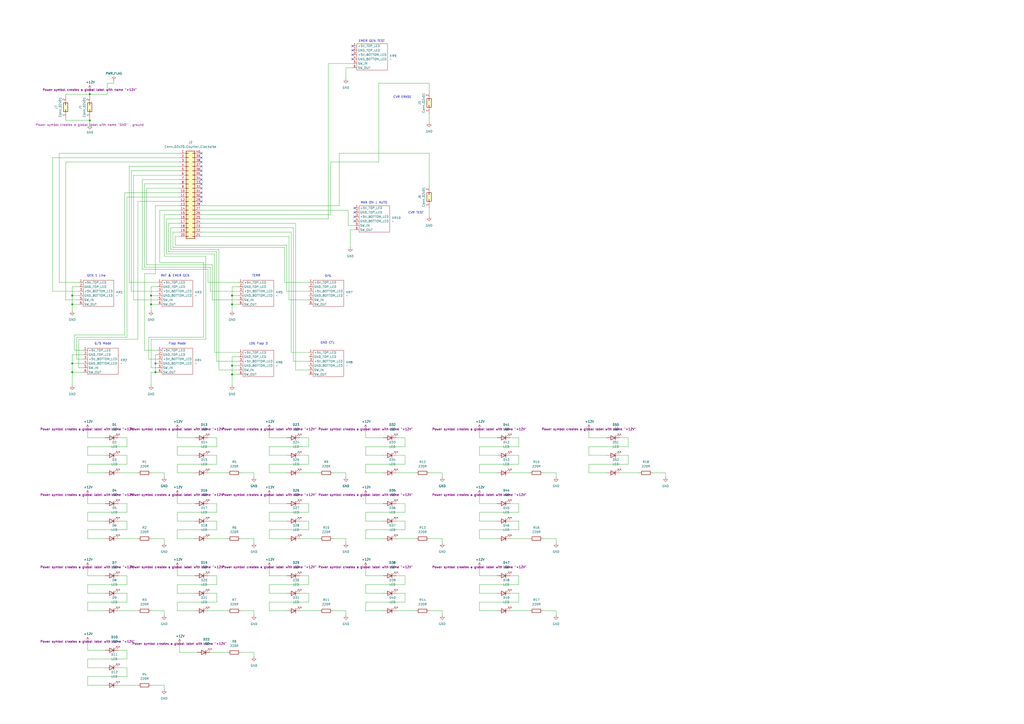
<source format=kicad_sch>
(kicad_sch (version 20250114) (generator "eeschema") (generator_version "9.0")
  (paper "A2")
  (text "MAN ON | AUTO" (at 216.916 117.602 0) (effects (font (size 1.27 1.27))))
  (text "GND CTL" (at 189.992 198.882 0) (effects (font (size 1.27 1.27))))
  (text "SYS" (at 190.246 160.274 0) (effects (font (size 1.27 1.27))))
  (text "CVR ERASE" (at 233.426 56.388 0) (effects (font (size 1.27 1.27))))
  (text "EMER GEN TEST" (at 215.646 23.876 0) (effects (font (size 1.27 1.27))))
  (text "LDG Flap 3\n" (at 149.86 199.39 0) (effects (font (size 1.27 1.27))))
  (text "TERR" (at 148.59 160.02 0) (effects (font (size 1.27 1.27))))
  (text "G/S Mode\n" (at 59.69 199.39 0) (effects (font (size 1.27 1.27))))
  (text "GEN 1 Line\n" (at 55.88 160.02 0) (effects (font (size 1.27 1.27))))
  (text "CVR TEST" (at 241.3 123.444 0) (effects (font (size 1.27 1.27))))
  (text "RAT & EMER GEN" (at 101.6 160.02 0) (effects (font (size 1.27 1.27))))
  (text "Flap Mode" (at 102.87 199.39 0) (effects (font (size 1.27 1.27))))
  (junction (at 87.63 171.45))
  (junction (at 90.17 215.9))
  (junction (at 52.07 54.61))
  (junction (at 134.62 171.45))
  (junction (at 41.91 215.9))
  (junction (at 87.63 176.53))
  (junction (at 52.07 69.85))
  (junction (at 41.91 171.45))
  (junction (at 134.62 217.17))
  (junction (at 90.17 210.82))
  (junction (at 134.62 176.53))
  (junction (at 41.91 210.82))
  (junction (at 134.62 212.09))
  (junction (at 41.91 176.53))
  (no_connect (at 205.74 125.73))
  (no_connect (at 205.74 128.27))
  (no_connect (at 205.74 120.65))
  (no_connect (at 205.74 123.19))
  (no_connect (at 116.84 88.9))
  (no_connect (at 116.84 106.68))
  (no_connect (at 116.84 114.3))
  (no_connect (at 116.84 96.52))
  (no_connect (at 116.84 101.6))
  (no_connect (at 116.84 93.98))
  (no_connect (at 116.84 111.76))
  (no_connect (at 116.84 99.06))
  (no_connect (at 204.47 31.75))
  (no_connect (at 116.84 104.14))
  (no_connect (at 116.84 91.44))
  (no_connect (at 204.47 26.67))
  (no_connect (at 116.84 116.84))
  (no_connect (at 204.47 34.29))
  (no_connect (at 116.84 109.22))
  (no_connect (at 204.47 29.21))
  (wire (pts (xy 50.8 312.42) (xy 50.8 307.34)))
  (wire (pts (xy 278.13 274.32) (xy 278.13 269.24)))
  (wire (pts (xy 295.91 312.42) (xy 307.34 312.42)))
  (wire (pts (xy 191.77 93.98) (xy 191.77 124.46)))
  (wire (pts (xy 72.39 194.31) (xy 72.39 111.76)))
  (wire (pts (xy 95.25 397.51) (xy 95.25 400.05)))
  (wire (pts (xy 60.96 354.33) (xy 50.8 354.33)))
  (wire (pts (xy 248.92 48.26) (xy 219.71 48.26)))
  (wire (pts (xy 125.73 269.24) (xy 125.73 264.16)))
  (wire (pts (xy 73.66 387.35) (xy 68.58 387.35)))
  (wire (pts (xy 73.66 307.34) (xy 73.66 302.26)))
  (wire (pts (xy 147.32 354.33) (xy 147.32 356.87)))
  (wire (pts (xy 73.66 195.58) (xy 73.66 114.3)))
  (wire (pts (xy 50.8 382.27) (xy 73.66 382.27)))
  (wire (pts (xy 60.96 302.26) (xy 50.8 302.26)))
  (wire (pts (xy 125.73 297.18) (xy 125.73 292.1)))
  (wire (pts (xy 119.38 148.59) (xy 95.25 148.59)))
  (wire (pts (xy 256.54 312.42) (xy 256.54 314.96)))
  (wire (pts (xy 200.66 354.33) (xy 200.66 356.87)))
  (wire (pts (xy 73.66 392.43) (xy 73.66 387.35)))
  (wire (pts (xy 87.63 354.33) (xy 95.25 354.33)))
  (wire (pts (xy 83.82 158.75) (xy 90.17 158.75)))
  (wire (pts (xy 125.73 146.05) (xy 97.79 146.05)))
  (wire (pts (xy 48.26 203.2) (xy 43.18 203.2)))
  (wire (pts (xy 278.13 248.92) (xy 278.13 254)))
  (wire (pts (xy 193.04 274.32) (xy 200.66 274.32)))
  (wire (pts (xy 125.73 292.1) (xy 120.65 292.1)))
  (wire (pts (xy 72.39 111.76) (xy 104.14 111.76)))
  (wire (pts (xy 85.09 153.67) (xy 85.09 109.22)))
  (wire (pts (xy 123.19 153.67) (xy 85.09 153.67)))
  (wire (pts (xy 278.13 328.93) (xy 278.13 334.01)))
  (wire (pts (xy 156.21 328.93) (xy 156.21 334.01)))
  (wire (pts (xy 173.99 312.42) (xy 185.42 312.42)))
  (wire (pts (xy 166.37 312.42) (xy 156.21 312.42)))
  (wire (pts (xy 322.58 312.42) (xy 322.58 314.96)))
  (wire (pts (xy 234.95 254) (xy 229.87 254)))
  (wire (pts (xy 278.13 254) (xy 288.29 254)))
  (wire (pts (xy 278.13 259.08) (xy 300.99 259.08)))
  (wire (pts (xy 134.62 171.45) (xy 134.62 166.37)))
  (wire (pts (xy 87.63 166.37) (xy 91.44 166.37)))
  (wire (pts (xy 120.65 163.83) (xy 120.65 156.21)))
  (wire (pts (xy 87.63 274.32) (xy 95.25 274.32)))
  (wire (pts (xy 52.07 54.61) (xy 62.23 54.61)))
  (wire (pts (xy 86.36 195.58) (xy 118.11 195.58)))
  (wire (pts (xy 125.73 349.25) (xy 125.73 344.17)))
  (wire (pts (xy 278.13 339.09) (xy 300.99 339.09)))
  (wire (pts (xy 50.8 387.35) (xy 50.8 382.27)))
  (wire (pts (xy 173.99 274.32) (xy 185.42 274.32)))
  (wire (pts (xy 278.13 312.42) (xy 278.13 307.34)))
  (wire (pts (xy 203.2 133.35) (xy 205.74 133.35)))
  (wire (pts (xy 90.17 215.9) (xy 91.44 215.9)))
  (wire (pts (xy 229.87 312.42) (xy 241.3 312.42)))
  (wire (pts (xy 139.7 274.32) (xy 147.32 274.32)))
  (wire (pts (xy 134.62 180.34) (xy 134.62 176.53)))
  (wire (pts (xy 300.99 269.24) (xy 300.99 264.16)))
  (wire (pts (xy 212.09 259.08) (xy 234.95 259.08)))
  (wire (pts (xy 212.09 264.16) (xy 212.09 259.08)))
  (wire (pts (xy 134.62 212.09) (xy 138.43 212.09)))
  (wire (pts (xy 100.33 134.62) (xy 104.14 134.62)))
  (wire (pts (xy 92.71 152.4) (xy 92.71 121.92)))
  (wire (pts (xy 104.14 373.38) (xy 104.14 378.46)))
  (wire (pts (xy 351.79 264.16) (xy 341.63 264.16)))
  (wire (pts (xy 212.09 334.01) (xy 222.25 334.01)))
  (wire (pts (xy 38.1 54.61) (xy 52.07 54.61)))
  (wire (pts (xy 234.95 264.16) (xy 229.87 264.16)))
  (wire (pts (xy 156.21 297.18) (xy 179.07 297.18)))
  (wire (pts (xy 38.1 173.99) (xy 38.1 93.98)))
  (wire (pts (xy 120.65 274.32) (xy 132.08 274.32)))
  (wire (pts (xy 278.13 297.18) (xy 300.99 297.18)))
  (wire (pts (xy 193.04 312.42) (xy 200.66 312.42)))
  (wire (pts (xy 50.8 397.51) (xy 50.8 392.43)))
  (wire (pts (xy 167.64 173.99) (xy 167.64 137.16)))
  (wire (pts (xy 196.85 88.9) (xy 196.85 119.38)))
  (wire (pts (xy 113.03 274.32) (xy 102.87 274.32)))
  (wire (pts (xy 120.65 156.21) (xy 82.55 156.21)))
  (wire (pts (xy 85.09 109.22) (xy 104.14 109.22)))
  (wire (pts (xy 91.44 208.28) (xy 86.36 208.28)))
  (wire (pts (xy 166.37 168.91) (xy 166.37 142.24)))
  (wire (pts (xy 156.21 307.34) (xy 179.07 307.34)))
  (wire (pts (xy 190.5 36.83) (xy 204.47 36.83)))
  (wire (pts (xy 212.09 254) (xy 222.25 254)))
  (wire (pts (xy 179.07 292.1) (xy 173.99 292.1)))
  (wire (pts (xy 45.72 196.85) (xy 45.72 213.36)))
  (wire (pts (xy 41.91 215.9) (xy 41.91 210.82)))
  (wire (pts (xy 179.07 214.63) (xy 171.45 214.63)))
  (wire (pts (xy 300.99 344.17) (xy 295.91 344.17)))
  (wire (pts (xy 314.96 354.33) (xy 322.58 354.33)))
  (wire (pts (xy 212.09 328.93) (xy 212.09 334.01)))
  (wire (pts (xy 190.5 36.83) (xy 190.5 127)))
  (wire (pts (xy 134.62 207.01) (xy 138.43 207.01)))
  (wire (pts (xy 91.44 203.2) (xy 83.82 203.2)))
  (wire (pts (xy 125.73 209.55) (xy 125.73 146.05)))
  (wire (pts (xy 90.17 210.82) (xy 91.44 210.82)))
  (wire (pts (xy 248.92 312.42) (xy 256.54 312.42)))
  (wire (pts (xy 100.33 143.51) (xy 100.33 134.62)))
  (wire (pts (xy 125.73 339.09) (xy 125.73 334.01)))
  (wire (pts (xy 50.8 259.08) (xy 73.66 259.08)))
  (wire (pts (xy 90.17 158.75) (xy 90.17 119.38)))
  (wire (pts (xy 121.92 378.46) (xy 132.08 378.46)))
  (wire (pts (xy 119.38 148.59) (xy 119.38 196.85)))
  (wire (pts (xy 341.63 274.32) (xy 341.63 269.24)))
  (wire (pts (xy 96.52 127) (xy 104.14 127)))
  (wire (pts (xy 147.32 274.32) (xy 147.32 276.86)))
  (wire (pts (xy 74.93 163.83) (xy 74.93 96.52)))
  (wire (pts (xy 168.91 204.47) (xy 168.91 134.62)))
  (wire (pts (xy 90.17 210.82) (xy 90.17 205.74)))
  (wire (pts (xy 179.07 209.55) (xy 170.18 209.55)))
  (wire (pts (xy 73.66 344.17) (xy 68.58 344.17)))
  (wire (pts (xy 91.44 168.91) (xy 76.2 168.91)))
  (wire (pts (xy 147.32 312.42) (xy 147.32 314.96)))
  (wire (pts (xy 73.66 334.01) (xy 68.58 334.01)))
  (wire (pts (xy 82.55 156.21) (xy 82.55 104.14)))
  (wire (pts (xy 73.66 269.24) (xy 73.66 264.16)))
  (wire (pts (xy 139.7 354.33) (xy 147.32 354.33)))
  (wire (pts (xy 45.72 173.99) (xy 38.1 173.99)))
  (wire (pts (xy 300.99 334.01) (xy 295.91 334.01)))
  (wire (pts (xy 87.63 215.9) (xy 90.17 215.9)))
  (wire (pts (xy 41.91 176.53) (xy 41.91 171.45)))
  (wire (pts (xy 77.47 173.99) (xy 77.47 101.6)))
  (wire (pts (xy 212.09 302.26) (xy 212.09 297.18)))
  (wire (pts (xy 300.99 254) (xy 295.91 254)))
  (wire (pts (xy 87.63 196.85) (xy 119.38 196.85)))
  (wire (pts (xy 300.99 307.34) (xy 300.99 302.26)))
  (wire (pts (xy 212.09 354.33) (xy 212.09 349.25)))
  (wire (pts (xy 95.25 312.42) (xy 95.25 314.96)))
  (wire (pts (xy 73.66 264.16) (xy 68.58 264.16)))
  (wire (pts (xy 41.91 176.53) (xy 45.72 176.53)))
  (wire (pts (xy 166.37 142.24) (xy 101.6 142.24)))
  (wire (pts (xy 90.17 119.38) (xy 104.14 119.38)))
  (wire (pts (xy 219.71 48.26) (xy 219.71 93.98)))
  (wire (pts (xy 212.09 274.32) (xy 212.09 269.24)))
  (wire (pts (xy 322.58 354.33) (xy 322.58 356.87)))
  (wire (pts (xy 222.25 312.42) (xy 212.09 312.42)))
  (wire (pts (xy 256.54 274.32) (xy 256.54 276.86)))
  (wire (pts (xy 52.07 54.61) (xy 52.07 55.88)))
  (wire (pts (xy 322.58 274.32) (xy 322.58 276.86)))
  (wire (pts (xy 156.21 302.26) (xy 156.21 297.18)))
  (wire (pts (xy 50.8 334.01) (xy 60.96 334.01)))
  (wire (pts (xy 125.73 302.26) (xy 120.65 302.26)))
  (wire (pts (xy 43.18 203.2) (xy 43.18 194.31)))
  (wire (pts (xy 278.13 344.17) (xy 278.13 339.09)))
  (wire (pts (xy 179.07 168.91) (xy 166.37 168.91)))
  (wire (pts (xy 113.03 344.17) (xy 102.87 344.17)))
  (wire (pts (xy 34.29 88.9) (xy 104.14 88.9)))
  (wire (pts (xy 222.25 354.33) (xy 212.09 354.33)))
  (wire (pts (xy 113.03 312.42) (xy 102.87 312.42)))
  (wire (pts (xy 41.91 210.82) (xy 41.91 205.74)))
  (wire (pts (xy 45.72 168.91) (xy 30.48 168.91)))
  (wire (pts (xy 120.65 354.33) (xy 132.08 354.33)))
  (wire (pts (xy 156.21 334.01) (xy 166.37 334.01)))
  (wire (pts (xy 60.96 397.51) (xy 50.8 397.51)))
  (wire (pts (xy 91.44 213.36) (xy 87.63 213.36)))
  (wire (pts (xy 288.29 344.17) (xy 278.13 344.17)))
  (wire (pts (xy 278.13 287.02) (xy 278.13 292.1)))
  (wire (pts (xy 73.66 292.1) (xy 68.58 292.1)))
  (wire (pts (xy 156.21 269.24) (xy 179.07 269.24)))
  (wire (pts (xy 102.87 354.33) (xy 102.87 349.25)))
  (wire (pts (xy 341.63 259.08) (xy 364.49 259.08)))
  (wire (pts (xy 278.13 334.01) (xy 288.29 334.01)))
  (wire (pts (xy 34.29 163.83) (xy 34.29 88.9)))
  (wire (pts (xy 179.07 259.08) (xy 179.07 254)))
  (wire (pts (xy 38.1 93.98) (xy 104.14 93.98)))
  (wire (pts (xy 248.92 354.33) (xy 256.54 354.33)))
  (wire (pts (xy 96.52 147.32) (xy 96.52 127)))
  (wire (pts (xy 234.95 269.24) (xy 234.95 264.16)))
  (wire (pts (xy 196.85 119.38) (xy 116.84 119.38)))
  (wire (pts (xy 87.63 176.53) (xy 87.63 171.45)))
  (wire (pts (xy 125.73 307.34) (xy 125.73 302.26)))
  (wire (pts (xy 50.8 292.1) (xy 60.96 292.1)))
  (wire (pts (xy 41.91 205.74) (xy 48.26 205.74)))
  (wire (pts (xy 116.84 134.62) (xy 168.91 134.62)))
  (wire (pts (xy 300.99 259.08) (xy 300.99 254)))
  (wire (pts (xy 212.09 292.1) (xy 222.25 292.1)))
  (wire (pts (xy 166.37 274.32) (xy 156.21 274.32)))
  (wire (pts (xy 234.95 297.18) (xy 234.95 292.1)))
  (wire (pts (xy 123.19 173.99) (xy 123.19 153.67)))
  (wire (pts (xy 102.87 307.34) (xy 125.73 307.34)))
  (wire (pts (xy 193.04 354.33) (xy 200.66 354.33)))
  (wire (pts (xy 73.66 297.18) (xy 73.66 292.1)))
  (wire (pts (xy 102.87 274.32) (xy 102.87 269.24)))
  (wire (pts (xy 156.21 248.92) (xy 156.21 254)))
  (wire (pts (xy 125.73 264.16) (xy 120.65 264.16)))
  (wire (pts (xy 102.87 248.92) (xy 102.87 254)))
  (wire (pts (xy 95.25 148.59) (xy 95.25 124.46)))
  (wire (pts (xy 156.21 349.25) (xy 179.07 349.25)))
  (wire (pts (xy 234.95 349.25) (xy 234.95 344.17)))
  (wire (pts (xy 212.09 269.24) (xy 234.95 269.24)))
  (wire (pts (xy 173.99 354.33) (xy 185.42 354.33)))
  (wire (pts (xy 147.32 378.46) (xy 147.32 381)))
  (wire (pts (xy 73.66 114.3) (xy 104.14 114.3)))
  (wire (pts (xy 50.8 264.16) (xy 50.8 259.08)))
  (wire (pts (xy 41.91 166.37) (xy 45.72 166.37)))
  (wire (pts (xy 248.92 66.04) (xy 248.92 71.12)))
  (wire (pts (xy 134.62 176.53) (xy 134.62 171.45)))
  (wire (pts (xy 134.62 171.45) (xy 138.43 171.45)))
  (wire (pts (xy 50.8 344.17) (xy 50.8 339.09)))
  (wire (pts (xy 97.79 129.54) (xy 104.14 129.54)))
  (wire (pts (xy 68.58 312.42) (xy 80.01 312.42)))
  (wire (pts (xy 73.66 254) (xy 68.58 254)))
  (wire (pts (xy 50.8 248.92) (xy 50.8 254)))
  (wire (pts (xy 190.5 127) (xy 116.84 127)))
  (wire (pts (xy 121.92 168.91) (xy 138.43 168.91)))
  (wire (pts (xy 156.21 354.33) (xy 156.21 349.25)))
  (wire (pts (xy 87.63 176.53) (xy 91.44 176.53)))
  (wire (pts (xy 156.21 344.17) (xy 156.21 339.09)))
  (wire (pts (xy 102.87 264.16) (xy 102.87 259.08)))
  (wire (pts (xy 200.66 274.32) (xy 200.66 276.86)))
  (wire (pts (xy 95.25 274.32) (xy 95.25 276.86)))
  (wire (pts (xy 179.07 334.01) (xy 173.99 334.01)))
  (wire (pts (xy 50.8 307.34) (xy 73.66 307.34)))
  (wire (pts (xy 341.63 248.92) (xy 341.63 254)))
  (wire (pts (xy 60.96 264.16) (xy 50.8 264.16)))
  (wire (pts (xy 124.46 204.47) (xy 124.46 147.32)))
  (wire (pts (xy 314.96 274.32) (xy 322.58 274.32)))
  (wire (pts (xy 191.77 124.46) (xy 116.84 124.46)))
  (wire (pts (xy 118.11 152.4) (xy 118.11 195.58)))
  (wire (pts (xy 104.14 106.68) (xy 83.82 106.68)))
  (wire (pts (xy 125.73 334.01) (xy 120.65 334.01)))
  (wire (pts (xy 295.91 274.32) (xy 307.34 274.32)))
  (wire (pts (xy 91.44 173.99) (xy 77.47 173.99)))
  (wire (pts (xy 179.07 349.25) (xy 179.07 344.17)))
  (wire (pts (xy 97.79 146.05) (xy 97.79 129.54)))
  (wire (pts (xy 248.92 53.34) (xy 248.92 48.26)))
  (wire (pts (xy 278.13 264.16) (xy 278.13 259.08)))
  (wire (pts (xy 50.8 354.33) (xy 50.8 349.25)))
  (wire (pts (xy 68.58 274.32) (xy 80.01 274.32)))
  (wire (pts (xy 38.1 69.85) (xy 52.07 69.85)))
  (wire (pts (xy 62.23 54.61) (xy 62.23 48.26)))
  (wire (pts (xy 134.62 223.52) (xy 134.62 217.17)))
  (wire (pts (xy 50.8 287.02) (xy 50.8 292.1)))
  (wire (pts (xy 179.07 269.24) (xy 179.07 264.16)))
  (wire (pts (xy 50.8 269.24) (xy 73.66 269.24)))
  (wire (pts (xy 364.49 254) (xy 359.41 254)))
  (wire (pts (xy 44.45 195.58) (xy 73.66 195.58)))
  (wire (pts (xy 83.82 106.68) (xy 83.82 154.94)))
  (wire (pts (xy 30.48 91.44) (xy 104.14 91.44)))
  (wire (pts (xy 116.84 121.92) (xy 201.93 121.92)))
  (wire (pts (xy 138.43 214.63) (xy 127 214.63)))
  (wire (pts (xy 102.87 349.25) (xy 125.73 349.25)))
  (wire (pts (xy 87.63 213.36) (xy 87.63 196.85)))
  (wire (pts (xy 386.08 274.32) (xy 386.08 276.86)))
  (wire (pts (xy 73.66 382.27) (xy 73.66 377.19)))
  (wire (pts (xy 212.09 339.09) (xy 234.95 339.09)))
  (wire (pts (xy 52.07 52.07) (xy 52.07 54.61)))
  (wire (pts (xy 341.63 254) (xy 351.79 254)))
  (wire (pts (xy 50.8 392.43) (xy 73.66 392.43)))
  (wire (pts (xy 170.18 209.55) (xy 170.18 132.08)))
  (wire (pts (xy 138.43 173.99) (xy 123.19 173.99)))
  (wire (pts (xy 99.06 144.78) (xy 99.06 132.08)))
  (wire (pts (xy 288.29 354.33) (xy 278.13 354.33)))
  (wire (pts (xy 156.21 259.08) (xy 179.07 259.08)))
  (wire (pts (xy 101.6 137.16) (xy 104.14 137.16)))
  (wire (pts (xy 134.62 217.17) (xy 134.62 212.09)))
  (wire (pts (xy 50.8 328.93) (xy 50.8 334.01)))
  (wire (pts (xy 278.13 269.24) (xy 300.99 269.24)))
  (wire (pts (xy 165.1 143.51) (xy 100.33 143.51)))
  (wire (pts (xy 179.07 344.17) (xy 173.99 344.17)))
  (wire (pts (xy 74.93 96.52) (xy 104.14 96.52)))
  (wire (pts (xy 73.66 339.09) (xy 73.66 334.01)))
  (wire (pts (xy 125.73 344.17) (xy 120.65 344.17)))
  (wire (pts (xy 341.63 269.24) (xy 364.49 269.24)))
  (wire (pts (xy 314.96 312.42) (xy 322.58 312.42)))
  (wire (pts (xy 102.87 334.01) (xy 113.03 334.01)))
  (wire (pts (xy 104.14 378.46) (xy 114.3 378.46)))
  (wire (pts (xy 116.84 137.16) (xy 167.64 137.16)))
  (wire (pts (xy 43.18 194.31) (xy 72.39 194.31)))
  (wire (pts (xy 95.25 354.33) (xy 95.25 356.87)))
  (wire (pts (xy 41.91 215.9) (xy 48.26 215.9)))
  (wire (pts (xy 50.8 339.09) (xy 73.66 339.09)))
  (wire (pts (xy 113.03 264.16) (xy 102.87 264.16)))
  (wire (pts (xy 156.21 339.09) (xy 179.07 339.09)))
  (wire (pts (xy 179.07 264.16) (xy 173.99 264.16)))
  (wire (pts (xy 212.09 344.17) (xy 212.09 339.09)))
  (wire (pts (xy 234.95 344.17) (xy 229.87 344.17)))
  (wire (pts (xy 278.13 307.34) (xy 300.99 307.34)))
  (wire (pts (xy 248.92 120.65) (xy 248.92 125.73)))
  (wire (pts (xy 48.26 208.28) (xy 44.45 208.28)))
  (wire (pts (xy 166.37 302.26) (xy 156.21 302.26)))
  (wire (pts (xy 179.07 204.47) (xy 168.91 204.47)))
  (wire (pts (xy 50.8 297.18) (xy 73.66 297.18)))
  (wire (pts (xy 76.2 99.06) (xy 104.14 99.06)))
  (wire (pts (xy 200.66 39.37) (xy 200.66 45.72)))
  (wire (pts (xy 222.25 264.16) (xy 212.09 264.16)))
  (wire (pts (xy 45.72 163.83) (xy 34.29 163.83)))
  (wire (pts (xy 179.07 297.18) (xy 179.07 292.1)))
  (wire (pts (xy 171.45 214.63) (xy 171.45 129.54)))
  (wire (pts (xy 248.92 88.9) (xy 196.85 88.9)))
  (wire (pts (xy 166.37 344.17) (xy 156.21 344.17)))
  (wire (pts (xy 41.91 223.52) (xy 41.91 215.9)))
  (wire (pts (xy 234.95 302.26) (xy 229.87 302.26)))
  (wire (pts (xy 212.09 307.34) (xy 234.95 307.34)))
  (wire (pts (xy 212.09 248.92) (xy 212.09 254)))
  (wire (pts (xy 138.43 209.55) (xy 125.73 209.55)))
  (wire (pts (xy 38.1 55.88) (xy 38.1 54.61)))
  (wire (pts (xy 127 214.63) (xy 127 144.78)))
  (wire (pts (xy 41.91 171.45) (xy 45.72 171.45)))
  (wire (pts (xy 82.55 104.14) (xy 104.14 104.14)))
  (wire (pts (xy 50.8 372.11) (xy 50.8 377.19)))
  (wire (pts (xy 118.11 152.4) (xy 92.71 152.4)))
  (wire (pts (xy 80.01 116.84) (xy 104.14 116.84)))
  (wire (pts (xy 87.63 171.45) (xy 91.44 171.45)))
  (wire (pts (xy 248.92 274.32) (xy 256.54 274.32)))
  (wire (pts (xy 156.21 264.16) (xy 156.21 259.08)))
  (wire (pts (xy 77.47 101.6) (xy 104.14 101.6)))
  (wire (pts (xy 102.87 297.18) (xy 125.73 297.18)))
  (wire (pts (xy 300.99 292.1) (xy 295.91 292.1)))
  (wire (pts (xy 102.87 339.09) (xy 125.73 339.09)))
  (wire (pts (xy 116.84 129.54) (xy 171.45 129.54)))
  (wire (pts (xy 73.66 377.19) (xy 68.58 377.19)))
  (wire (pts (xy 300.99 297.18) (xy 300.99 292.1)))
  (wire (pts (xy 62.23 48.26) (xy 66.04 48.26)))
  (wire (pts (xy 278.13 349.25) (xy 300.99 349.25)))
  (wire (pts (xy 212.09 297.18) (xy 234.95 297.18)))
  (wire (pts (xy 50.8 274.32) (xy 50.8 269.24)))
  (wire (pts (xy 179.07 339.09) (xy 179.07 334.01)))
  (wire (pts (xy 212.09 349.25) (xy 234.95 349.25)))
  (wire (pts (xy 222.25 344.17) (xy 212.09 344.17)))
  (wire (pts (xy 156.21 274.32) (xy 156.21 269.24)))
  (wire (pts (xy 73.66 259.08) (xy 73.66 254)))
  (wire (pts (xy 90.17 205.74) (xy 91.44 205.74)))
  (wire (pts (xy 116.84 132.08) (xy 170.18 132.08)))
  (wire (pts (xy 256.54 354.33) (xy 256.54 356.87)))
  (wire (pts (xy 300.99 349.25) (xy 300.99 344.17)))
  (wire (pts (xy 288.29 302.26) (xy 278.13 302.26)))
  (wire (pts (xy 200.66 312.42) (xy 200.66 314.96)))
  (wire (pts (xy 300.99 264.16) (xy 295.91 264.16)))
  (wire (pts (xy 138.43 163.83) (xy 120.65 163.83)))
  (wire (pts (xy 87.63 180.34) (xy 87.63 176.53)))
  (wire (pts (xy 102.87 254) (xy 113.03 254)))
  (wire (pts (xy 80.01 116.84) (xy 80.01 196.85)))
  (wire (pts (xy 179.07 254) (xy 173.99 254)))
  (wire (pts (xy 120.65 312.42) (xy 132.08 312.42)))
  (wire (pts (xy 52.07 69.85) (xy 52.07 72.39)))
  (wire (pts (xy 278.13 354.33) (xy 278.13 349.25)))
  (wire (pts (xy 134.62 212.09) (xy 134.62 207.01)))
  (wire (pts (xy 201.93 121.92) (xy 201.93 130.81)))
  (wire (pts (xy 83.82 203.2) (xy 83.82 158.75)))
  (wire (pts (xy 288.29 312.42) (xy 278.13 312.42)))
  (wire (pts (xy 166.37 264.16) (xy 156.21 264.16)))
  (wire (pts (xy 68.58 397.51) (xy 80.01 397.51)))
  (wire (pts (xy 102.87 312.42) (xy 102.87 307.34)))
  (wire (pts (xy 102.87 287.02) (xy 102.87 292.1)))
  (wire (pts (xy 87.63 223.52) (xy 87.63 215.9)))
  (wire (pts (xy 166.37 354.33) (xy 156.21 354.33)))
  (wire (pts (xy 90.17 215.9) (xy 90.17 210.82)))
  (wire (pts (xy 73.66 349.25) (xy 73.66 344.17)))
  (wire (pts (xy 113.03 302.26) (xy 102.87 302.26)))
  (wire (pts (xy 156.21 287.02) (xy 156.21 292.1)))
  (wire (pts (xy 125.73 259.08) (xy 125.73 254)))
  (wire (pts (xy 95.25 124.46) (xy 104.14 124.46)))
  (wire (pts (xy 102.87 328.93) (xy 102.87 334.01)))
  (wire (pts (xy 124.46 147.32) (xy 96.52 147.32)))
  (wire (pts (xy 73.66 302.26) (xy 68.58 302.26)))
  (wire (pts (xy 234.95 334.01) (xy 229.87 334.01)))
  (wire (pts (xy 179.07 307.34) (xy 179.07 302.26)))
  (wire (pts (xy 341.63 264.16) (xy 341.63 259.08)))
  (wire (pts (xy 139.7 378.46) (xy 147.32 378.46)))
  (wire (pts (xy 102.87 344.17) (xy 102.87 339.09)))
  (wire (pts (xy 113.03 354.33) (xy 102.87 354.33)))
  (wire (pts (xy 60.96 387.35) (xy 50.8 387.35)))
  (wire (pts (xy 66.04 48.26) (xy 66.04 46.99)))
  (wire (pts (xy 234.95 292.1) (xy 229.87 292.1)))
  (wire (pts (xy 179.07 302.26) (xy 173.99 302.26)))
  (wire (pts (xy 212.09 287.02) (xy 212.09 292.1)))
  (wire (pts (xy 60.96 312.42) (xy 50.8 312.42)))
  (wire (pts (xy 300.99 302.26) (xy 295.91 302.26)))
  (wire (pts (xy 121.92 154.94) (xy 121.92 168.91)))
  (wire (pts (xy 295.91 354.33) (xy 307.34 354.33)))
  (wire (pts (xy 92.71 121.92) (xy 104.14 121.92)))
  (wire (pts (xy 179.07 173.99) (xy 167.64 173.99)))
  (wire (pts (xy 102.87 269.24) (xy 125.73 269.24)))
  (wire (pts (xy 41.91 210.82) (xy 48.26 210.82)))
  (wire (pts (xy 134.62 176.53) (xy 138.43 176.53)))
  (wire (pts (xy 41.91 171.45) (xy 41.91 166.37)))
  (wire (pts (xy 278.13 302.26) (xy 278.13 297.18)))
  (wire (pts (xy 102.87 259.08) (xy 125.73 259.08)))
  (wire (pts (xy 52.07 68.58) (xy 52.07 69.85)))
  (wire (pts (xy 212.09 312.42) (xy 212.09 307.34)))
  (wire (pts (xy 229.87 354.33) (xy 241.3 354.33)))
  (wire (pts (xy 91.44 163.83) (xy 74.93 163.83)))
  (wire (pts (xy 200.66 39.37) (xy 204.47 39.37)))
  (wire (pts (xy 38.1 68.58) (xy 38.1 69.85)))
  (wire (pts (xy 234.95 339.09) (xy 234.95 334.01)))
  (wire (pts (xy 127 144.78) (xy 99.06 144.78)))
  (wire (pts (xy 50.8 254) (xy 60.96 254)))
  (wire (pts (xy 300.99 339.09) (xy 300.99 334.01)))
  (wire (pts (xy 165.1 163.83) (xy 165.1 143.51)))
  (wire (pts (xy 134.62 217.17) (xy 138.43 217.17)))
  (wire (pts (xy 364.49 269.24) (xy 364.49 264.16)))
  (wire (pts (xy 102.87 292.1) (xy 113.03 292.1)))
  (wire (pts (xy 179.07 163.83) (xy 165.1 163.83)))
  (wire (pts (xy 83.82 154.94) (xy 121.92 154.94)))
  (wire (pts (xy 378.46 274.32) (xy 386.08 274.32)))
  (wire (pts (xy 156.21 312.42) (xy 156.21 307.34)))
  (wire (pts (xy 219.71 93.98) (xy 191.77 93.98)))
  (wire (pts (xy 101.6 142.24) (xy 101.6 137.16)))
  (wire (pts (xy 288.29 274.32) (xy 278.13 274.32)))
  (wire (pts (xy 364.49 259.08) (xy 364.49 254)))
  (wire (pts (xy 234.95 307.34) (xy 234.95 302.26)))
  (wire (pts (xy 44.45 208.28) (xy 44.45 195.58)))
  (wire (pts (xy 102.87 302.26) (xy 102.87 297.18)))
  (wire (pts (xy 87.63 397.51) (xy 95.25 397.51)))
  (wire (pts (xy 203.2 133.35) (xy 203.2 143.51)))
  (wire (pts (xy 222.25 274.32) (xy 212.09 274.32)))
  (wire (pts (xy 288.29 264.16) (xy 278.13 264.16)))
  (wire (pts (xy 248.92 107.95) (xy 248.92 88.9)))
  (wire (pts (xy 50.8 349.25) (xy 73.66 349.25)))
  (wire (pts (xy 134.62 166.37) (xy 138.43 166.37)))
  (wire (pts (xy 139.7 312.42) (xy 147.32 312.42)))
  (wire (pts (xy 125.73 254) (xy 120.65 254)))
  (wire (pts (xy 201.93 130.81) (xy 205.74 130.81)))
  (wire (pts (xy 351.79 274.32) (xy 341.63 274.32)))
  (wire (pts (xy 86.36 208.28) (xy 86.36 195.58)))
  (wire (pts (xy 138.43 204.47) (xy 124.46 204.47)))
  (wire (pts (xy 80.01 196.85) (xy 45.72 196.85)))
  (wire (pts (xy 234.95 259.08) (xy 234.95 254)))
  (wire (pts (xy 68.58 354.33) (xy 80.01 354.33)))
  (wire (pts (xy 50.8 302.26) (xy 50.8 297.18)))
  (wire (pts (xy 41.91 180.34) (xy 41.91 176.53)))
  (wire (pts (xy 222.25 302.26) (xy 212.09 302.26)))
  (wire (pts (xy 76.2 168.91) (xy 76.2 99.06)))
  (wire (pts (xy 364.49 264.16) (xy 359.41 264.16)))
  (wire (pts (xy 156.21 292.1) (xy 166.37 292.1)))
  (wire (pts (xy 359.41 274.32) (xy 370.84 274.32)))
  (wire (pts (xy 99.06 132.08) (xy 104.14 132.08)))
  (wire (pts (xy 60.96 274.32) (xy 50.8 274.32)))
  (wire (pts (xy 87.63 312.42) (xy 95.25 312.42)))
  (wire (pts (xy 229.87 274.32) (xy 241.3 274.32)))
  (wire (pts (xy 48.26 213.36) (xy 45.72 213.36)))
  (wire (pts (xy 278.13 292.1) (xy 288.29 292.1)))
  (wire (pts (xy 156.21 254) (xy 166.37 254)))
  (wire (pts (xy 50.8 377.19) (xy 60.96 377.19)))
  (wire (pts (xy 30.48 168.91) (xy 30.48 91.44)))
  (wire (pts (xy 60.96 344.17) (xy 50.8 344.17)))
  (wire (pts (xy 87.63 171.45) (xy 87.63 166.37)))
  (symbol (lib_id "Connector_Generic:Conn_02x01") (at 52.07 63.5 90) (unit 1)
    (property "Reference" "J1" (at 46.5582 62.23 0))
    (property "Value" "Conn_02x01" (at 48.8696 62.23 0))
    (property "Footprint" "TerminalBlock:TerminalBlock_bornier-2_P5.08mm" (effects (hide yes)))
    (property "Description" "Generic connector, double row, 02x01, this symbol is compatible with counter-clockwise, top-bottom and odd-even numbering schemes., script generated (kicad-library-utils/schlib/autogen/connector/)" (effects (hide yes)))
  )
  (symbol (lib_id "power:GND") (at 52.07 72.39 0) (unit 1)
    (property "Reference" "#PWR08" (effects (hide yes)))
    (property "Value" "GND" (at 52.197 76.7842 0))
    (property "Description" "Power symbol creates a global label with name \"GND\" , ground" (at 52.07 72.39 0))
  )
  (symbol (lib_id "power:+12V") (at 52.07 52.07 0) (unit 1)
    (property "Reference" "#PWR07" (effects (hide yes)))
    (property "Value" "+12V" (at 52.451 47.6758 0))
    (property "Description" "Power symbol creates a global label with name \"+12V\"" (at 52.07 52.07 0))
  )
  (symbol (lib_id "power:PWR_FLAG") (at 66.04 46.99 0) (unit 1)
    (property "Reference" "#FLG01" (effects (hide yes)))
    (property "Value" "PWR_FLAG" (at 66.04 42.5958 0))
  )
  (symbol (lib_id "power:+12V") (at 212.09 328.93 0) (unit 1)
    (property "Reference" "#PWR035" (effects (hide yes)))
    (property "Value" "+12V" (at 212.471 324.5358 0))
    (property "Description" "Power symbol creates a global label with name \"+12V\"" (at 212.09 328.93 0))
  )
  (symbol (lib_id "power:GND") (at 322.58 356.87 0) (unit 1)
    (property "Reference" "#PWR046" (effects (hide yes)))
    (property "Value" "GND" (at 322.58 361.95 0))
    (property "Description" "Power symbol creates a global label with name \"GND\" , ground" (effects (hide yes)))
  )
  (symbol (lib_id "Device:R") (at 189.23 354.33 90) (unit 1)
    (property "Reference" "R11" (at 189.23 347.98 90))
    (property "Value" "220R" (at 189.23 350.52 90))
    (property "Footprint" "Resistor_SMD:R_1206_3216Metric_Pad1.30x1.75mm_HandSolder" (effects (hide yes)))
    (property "Description" "Resistor" (effects (hide yes)))
  )
  (symbol (lib_id "power:+12V") (at 102.87 248.92 0) (unit 1)
    (property "Reference" "#PWR015" (effects (hide yes)))
    (property "Value" "+12V" (at 103.251 244.5258 0))
    (property "Description" "Power symbol creates a global label with name \"+12V\"" (at 102.87 248.92 0))
  )
  (symbol (lib_id "Device:LED") (at 116.84 344.17 180) (unit 1)
    (property "Reference" "D20" (at 118.4275 336.55 0))
    (property "Value" "LED" (at 118.4275 339.09 0))
    (property "Footprint" "OpenA3XX:LED_Everlight-SMD3528_3.5x2.8mm_67-21ST" (effects (hide yes)))
    (property "Description" "Light emitting diode" (effects (hide yes)))
    (property "Sim.Pins" "1=K 2=A" (effects (hide yes)))
  )
  (symbol (lib_id "Device:R") (at 83.82 397.51 90) (unit 1)
    (property "Reference" "R4" (at 83.82 391.16 90))
    (property "Value" "220R" (at 83.82 393.7 90))
    (property "Footprint" "Resistor_SMD:R_1206_3216Metric_Pad1.30x1.75mm_HandSolder" (effects (hide yes)))
    (property "Description" "Resistor" (effects (hide yes)))
  )
  (symbol (lib_id "Device:LED") (at 64.77 302.26 180) (unit 1)
    (property "Reference" "D5" (at 66.3575 294.64 0))
    (property "Value" "LED" (at 66.3575 297.18 0))
    (property "Footprint" "OpenA3XX:LED_Everlight-SMD3528_3.5x2.8mm_67-21ST" (effects (hide yes)))
    (property "Description" "Light emitting diode" (effects (hide yes)))
    (property "Sim.Pins" "1=K 2=A" (effects (hide yes)))
  )
  (symbol (lib_id "Device:LED") (at 226.06 274.32 180) (unit 1)
    (property "Reference" "D34" (at 227.6475 266.7 0))
    (property "Value" "LED" (at 227.6475 269.24 0))
    (property "Footprint" "OpenA3XX:LED_Everlight-SMD3528_3.5x2.8mm_67-21ST" (effects (hide yes)))
    (property "Description" "Light emitting diode" (effects (hide yes)))
    (property "Sim.Pins" "1=K 2=A" (effects (hide yes)))
  )
  (symbol (lib_id "Device:LED") (at 64.77 312.42 180) (unit 1)
    (property "Reference" "D6" (at 66.3575 304.8 0))
    (property "Value" "LED" (at 66.3575 307.34 0))
    (property "Footprint" "OpenA3XX:LED_Everlight-SMD3528_3.5x2.8mm_67-21ST" (effects (hide yes)))
    (property "Description" "Light emitting diode" (effects (hide yes)))
    (property "Sim.Pins" "1=K 2=A" (effects (hide yes)))
  )
  (symbol (lib_id "power:GND") (at 386.08 276.86 0) (unit 1)
    (property "Reference" "#PWR050" (effects (hide yes)))
    (property "Value" "GND" (at 386.08 281.94 0))
    (property "Description" "Power symbol creates a global label with name \"GND\" , ground" (effects (hide yes)))
  )
  (symbol (lib_id "Device:LED") (at 170.18 264.16 180) (unit 1)
    (property "Reference" "D24" (at 171.7675 256.54 0))
    (property "Value" "LED" (at 171.7675 259.08 0))
    (property "Footprint" "OpenA3XX:LED_Everlight-SMD3528_3.5x2.8mm_67-21ST" (effects (hide yes)))
    (property "Description" "Light emitting diode" (effects (hide yes)))
    (property "Sim.Pins" "1=K 2=A" (effects (hide yes)))
  )
  (symbol (lib_id "Device:R") (at 83.82 274.32 90) (unit 1)
    (property "Reference" "R1" (at 83.82 267.97 90))
    (property "Value" "220R" (at 83.82 270.51 90))
    (property "Footprint" "Resistor_SMD:R_1206_3216Metric_Pad1.30x1.75mm_HandSolder" (effects (hide yes)))
    (property "Description" "Resistor" (effects (hide yes)))
  )
  (symbol (lib_id "Device:LED") (at 226.06 264.16 180) (unit 1)
    (property "Reference" "D33" (at 227.6475 256.54 0))
    (property "Value" "LED" (at 227.6475 259.08 0))
    (property "Footprint" "OpenA3XX:LED_Everlight-SMD3528_3.5x2.8mm_67-21ST" (effects (hide yes)))
    (property "Description" "Light emitting diode" (effects (hide yes)))
    (property "Sim.Pins" "1=K 2=A" (effects (hide yes)))
  )
  (symbol (lib_id "power:GND") (at 322.58 314.96 0) (unit 1)
    (property "Reference" "#PWR045" (effects (hide yes)))
    (property "Value" "GND" (at 322.58 320.04 0))
    (property "Description" "Power symbol creates a global label with name \"GND\" , ground" (effects (hide yes)))
  )
  (symbol (lib_id "Device:R") (at 245.11 312.42 90) (unit 1)
    (property "Reference" "R13" (at 245.11 306.07 90))
    (property "Value" "220R" (at 245.11 308.61 90))
    (property "Footprint" "Resistor_SMD:R_1206_3216Metric_Pad1.30x1.75mm_HandSolder" (effects (hide yes)))
    (property "Description" "Resistor" (effects (hide yes)))
  )
  (symbol (lib_id "Device:LED") (at 170.18 344.17 180) (unit 1)
    (property "Reference" "D30" (at 171.7675 336.55 0))
    (property "Value" "LED" (at 171.7675 339.09 0))
    (property "Footprint" "OpenA3XX:LED_Everlight-SMD3528_3.5x2.8mm_67-21ST" (effects (hide yes)))
    (property "Description" "Light emitting diode" (effects (hide yes)))
    (property "Sim.Pins" "1=K 2=A" (effects (hide yes)))
  )
  (symbol (lib_id "power:+12V") (at 212.09 248.92 0) (unit 1)
    (property "Reference" "#PWR033" (effects (hide yes)))
    (property "Value" "+12V" (at 212.471 244.5258 0))
    (property "Description" "Power symbol creates a global label with name \"+12V\"" (at 212.09 248.92 0))
  )
  (symbol (lib_id "KorrySwitch:Korry_Switch") (at 101.6 200.66 0) (unit 1)
    (property "Reference" "KR4" (at 113.03 208.9149 0) (effects (justify left)))
    (property "Value" "~" (at 113.03 210.82 0) (effects (justify left)))
    (property "Footprint" "OpenA3XX:Korry Switch" (effects (hide yes)))
  )
  (symbol (lib_id "power:GND") (at 134.62 180.34 0) (unit 1)
    (property "Reference" "#PWR019" (effects (hide yes)))
    (property "Value" "GND" (at 134.62 185.42 0))
    (property "Description" "Power symbol creates a global label with name \"GND\" , ground" (effects (hide yes)))
  )
  (symbol (lib_id "power:GND") (at 200.66 314.96 0) (unit 1)
    (property "Reference" "#PWR029" (effects (hide yes)))
    (property "Value" "GND" (at 200.66 320.04 0))
    (property "Description" "Power symbol creates a global label with name \"GND\" , ground" (effects (hide yes)))
  )
  (symbol (lib_id "power:+12V") (at 104.14 373.38 0) (unit 1)
    (property "Reference" "#PWR018" (effects (hide yes)))
    (property "Value" "+12V" (at 104.521 368.9858 0))
    (property "Description" "Power symbol creates a global label with name \"+12V\"" (at 104.14 373.38 0))
  )
  (symbol (lib_id "Connector_Generic:Conn_02x20_Counter_Clockwise") (at 109.22 111.76 0) (unit 1)
    (property "Reference" "J2" (at 110.49 82.55 0))
    (property "Value" "Conn_02x20_Counter_Clockwise" (at 110.49 85.09 0))
    (property "Footprint" "Connector_PinHeader_2.54mm:PinHeader_2x20_P2.54mm_Vertical" (effects (hide yes)))
    (property "Description" "Generic connector, double row, 02x20, counter clockwise pin numbering scheme (similar to DIP package numbering), script generated (kicad-library-utils/schlib/autogen/connector/)" (effects (hide yes)))
  )
  (symbol (lib_id "Device:LED") (at 118.11 378.46 180) (unit 1)
    (property "Reference" "D22" (at 119.6975 370.84 0))
    (property "Value" "LED" (at 119.6975 373.38 0))
    (property "Footprint" "OpenA3XX:LED_Everlight-SMD3528_3.5x2.8mm_67-21ST" (effects (hide yes)))
    (property "Description" "Light emitting diode" (effects (hide yes)))
    (property "Sim.Pins" "1=K 2=A" (effects (hide yes)))
  )
  (symbol (lib_id "power:GND") (at 134.62 223.52 0) (unit 1)
    (property "Reference" "#PWR020" (effects (hide yes)))
    (property "Value" "GND" (at 134.62 228.6 0))
    (property "Description" "Power symbol creates a global label with name \"GND\" , ground" (effects (hide yes)))
  )
  (symbol (lib_id "Device:LED") (at 64.77 344.17 180) (unit 1)
    (property "Reference" "D8" (at 66.3575 336.55 0))
    (property "Value" "LED" (at 66.3575 339.09 0))
    (property "Footprint" "OpenA3XX:LED_Everlight-SMD3528_3.5x2.8mm_67-21ST" (effects (hide yes)))
    (property "Description" "Light emitting diode" (effects (hide yes)))
    (property "Sim.Pins" "1=K 2=A" (effects (hide yes)))
  )
  (symbol (lib_id "power:+12V") (at 156.21 328.93 0) (unit 1)
    (property "Reference" "#PWR027" (effects (hide yes)))
    (property "Value" "+12V" (at 156.591 324.5358 0))
    (property "Description" "Power symbol creates a global label with name \"+12V\"" (at 156.21 328.93 0))
  )
  (symbol (lib_id "Device:LED") (at 292.1 312.42 180) (unit 1)
    (property "Reference" "D46" (at 293.6875 304.8 0))
    (property "Value" "LED" (at 293.6875 307.34 0))
    (property "Footprint" "OpenA3XX:LED_Everlight-SMD3528_3.5x2.8mm_67-21ST" (effects (hide yes)))
    (property "Description" "Light emitting diode" (effects (hide yes)))
    (property "Sim.Pins" "1=K 2=A" (effects (hide yes)))
  )
  (symbol (lib_id "Device:LED") (at 170.18 312.42 180) (unit 1)
    (property "Reference" "D28" (at 171.7675 304.8 0))
    (property "Value" "LED" (at 171.7675 307.34 0))
    (property "Footprint" "OpenA3XX:LED_Everlight-SMD3528_3.5x2.8mm_67-21ST" (effects (hide yes)))
    (property "Description" "Light emitting diode" (effects (hide yes)))
    (property "Sim.Pins" "1=K 2=A" (effects (hide yes)))
  )
  (symbol (lib_id "KorrySwitch:Korry_Switch") (at 214.63 24.13 0) (unit 1)
    (property "Reference" "KR9" (at 226.06 32.3849 0) (effects (justify left)))
    (property "Value" "~" (at 226.06 34.29 0) (effects (justify left)))
    (property "Footprint" "OpenA3XX:Korry Switch" (effects (hide yes)))
  )
  (symbol (lib_id "Device:LED") (at 170.18 274.32 180) (unit 1)
    (property "Reference" "D25" (at 171.7675 266.7 0))
    (property "Value" "LED" (at 171.7675 269.24 0))
    (property "Footprint" "OpenA3XX:LED_Everlight-SMD3528_3.5x2.8mm_67-21ST" (effects (hide yes)))
    (property "Description" "Light emitting diode" (effects (hide yes)))
    (property "Sim.Pins" "1=K 2=A" (effects (hide yes)))
  )
  (symbol (lib_id "Connector_Generic:Conn_02x01") (at 248.92 60.96 90) (unit 1)
    (property "Reference" "J5" (at 243.4082 59.69 0))
    (property "Value" "Conn_02x01" (at 245.7196 59.69 0))
    (property "Footprint" "Connector_PinHeader_2.54mm:PinHeader_1x02_P2.54mm_Vertical" (effects (hide yes)))
    (property "Description" "Generic connector, double row, 02x01, this symbol is compatible with counter-clockwise, top-bottom and odd-even numbering schemes., script generated (kicad-library-utils/schlib/autogen/connector/)" (effects (hide yes)))
  )
  (symbol (lib_id "power:+12V") (at 278.13 248.92 0) (unit 1)
    (property "Reference" "#PWR041" (effects (hide yes)))
    (property "Value" "+12V" (at 278.511 244.5258 0))
    (property "Description" "Power symbol creates a global label with name \"+12V\"" (at 278.13 248.92 0))
  )
  (symbol (lib_id "Device:LED") (at 116.84 254 180) (unit 1)
    (property "Reference" "D13" (at 118.4275 246.38 0))
    (property "Value" "LED" (at 118.4275 248.92 0))
    (property "Footprint" "OpenA3XX:LED_Everlight-SMD3528_3.5x2.8mm_67-21ST" (effects (hide yes)))
    (property "Description" "Light emitting diode" (effects (hide yes)))
    (property "Sim.Pins" "1=K 2=A" (effects (hide yes)))
  )
  (symbol (lib_id "power:GND") (at 95.25 314.96 0) (unit 1)
    (property "Reference" "#PWR012" (effects (hide yes)))
    (property "Value" "GND" (at 95.25 320.04 0))
    (property "Description" "Power symbol creates a global label with name \"GND\" , ground" (effects (hide yes)))
  )
  (symbol (lib_id "Device:R") (at 311.15 274.32 90) (unit 1)
    (property "Reference" "R15" (at 311.15 267.97 90))
    (property "Value" "220R" (at 311.15 270.51 90))
    (property "Footprint" "Resistor_SMD:R_1206_3216Metric_Pad1.30x1.75mm_HandSolder" (effects (hide yes)))
    (property "Description" "Resistor" (effects (hide yes)))
  )
  (symbol (lib_id "power:+12V") (at 278.13 287.02 0) (unit 1)
    (property "Reference" "#PWR042" (effects (hide yes)))
    (property "Value" "+12V" (at 278.511 282.6258 0))
    (property "Description" "Power symbol creates a global label with name \"+12V\"" (at 278.13 287.02 0))
  )
  (symbol (lib_id "Connector_Generic:Conn_02x01") (at 248.92 115.57 90) (unit 1)
    (property "Reference" "J6" (at 243.4082 114.3 0))
    (property "Value" "Conn_02x01" (at 245.7196 114.3 0))
    (property "Footprint" "Connector_PinHeader_2.54mm:PinHeader_1x02_P2.54mm_Vertical" (effects (hide yes)))
    (property "Description" "Generic connector, double row, 02x01, this symbol is compatible with counter-clockwise, top-bottom and odd-even numbering schemes., script generated (kicad-library-utils/schlib/autogen/connector/)" (effects (hide yes)))
  )
  (symbol (lib_id "power:GND") (at 200.66 45.72 0) (unit 1)
    (property "Reference" "#PWR031" (effects (hide yes)))
    (property "Value" "GND" (at 200.66 50.8 0))
    (property "Description" "Power symbol creates a global label with name \"GND\" , ground" (effects (hide yes)))
  )
  (symbol (lib_id "Device:R") (at 311.15 354.33 90) (unit 1)
    (property "Reference" "R17" (at 311.15 347.98 90))
    (property "Value" "220R" (at 311.15 350.52 90))
    (property "Footprint" "Resistor_SMD:R_1206_3216Metric_Pad1.30x1.75mm_HandSolder" (effects (hide yes)))
    (property "Description" "Resistor" (effects (hide yes)))
  )
  (symbol (lib_id "Device:LED") (at 170.18 292.1 180) (unit 1)
    (property "Reference" "D26" (at 171.7675 284.48 0))
    (property "Value" "LED" (at 171.7675 287.02 0))
    (property "Footprint" "OpenA3XX:LED_Everlight-SMD3528_3.5x2.8mm_67-21ST" (effects (hide yes)))
    (property "Description" "Light emitting diode" (effects (hide yes)))
    (property "Sim.Pins" "1=K 2=A" (effects (hide yes)))
  )
  (symbol (lib_id "Device:R") (at 245.11 274.32 90) (unit 1)
    (property "Reference" "R12" (at 245.11 267.97 90))
    (property "Value" "220R" (at 245.11 270.51 90))
    (property "Footprint" "Resistor_SMD:R_1206_3216Metric_Pad1.30x1.75mm_HandSolder" (effects (hide yes)))
    (property "Description" "Resistor" (effects (hide yes)))
  )
  (symbol (lib_id "power:+12V") (at 156.21 248.92 0) (unit 1)
    (property "Reference" "#PWR025" (effects (hide yes)))
    (property "Value" "+12V" (at 156.591 244.5258 0))
    (property "Description" "Power symbol creates a global label with name \"+12V\"" (at 156.21 248.92 0))
  )
  (symbol (lib_id "power:GND") (at 322.58 276.86 0) (unit 1)
    (property "Reference" "#PWR044" (effects (hide yes)))
    (property "Value" "GND" (at 322.58 281.94 0))
    (property "Description" "Power symbol creates a global label with name \"GND\" , ground" (effects (hide yes)))
  )
  (symbol (lib_id "Device:LED") (at 292.1 354.33 180) (unit 1)
    (property "Reference" "D49" (at 293.6875 346.71 0))
    (property "Value" "LED" (at 293.6875 349.25 0))
    (property "Footprint" "OpenA3XX:LED_Everlight-SMD3528_3.5x2.8mm_67-21ST" (effects (hide yes)))
    (property "Description" "Light emitting diode" (effects (hide yes)))
    (property "Sim.Pins" "1=K 2=A" (effects (hide yes)))
  )
  (symbol (lib_id "Device:LED") (at 292.1 344.17 180) (unit 1)
    (property "Reference" "D48" (at 293.6875 336.55 0))
    (property "Value" "LED" (at 293.6875 339.09 0))
    (property "Footprint" "OpenA3XX:LED_Everlight-SMD3528_3.5x2.8mm_67-21ST" (effects (hide yes)))
    (property "Description" "Light emitting diode" (effects (hide yes)))
    (property "Sim.Pins" "1=K 2=A" (effects (hide yes)))
  )
  (symbol (lib_id "Device:LED") (at 355.6 264.16 180) (unit 1)
    (property "Reference" "D51" (at 357.1875 256.54 0))
    (property "Value" "LED" (at 357.1875 259.08 0))
    (property "Footprint" "OpenA3XX:LED_Everlight-SMD3528_3.5x2.8mm_67-21ST" (effects (hide yes)))
    (property "Description" "Light emitting diode" (effects (hide yes)))
    (property "Sim.Pins" "1=K 2=A" (effects (hide yes)))
  )
  (symbol (lib_id "Device:LED") (at 170.18 354.33 180) (unit 1)
    (property "Reference" "D31" (at 171.7675 346.71 0))
    (property "Value" "LED" (at 171.7675 349.25 0))
    (property "Footprint" "OpenA3XX:LED_Everlight-SMD3528_3.5x2.8mm_67-21ST" (effects (hide yes)))
    (property "Description" "Light emitting diode" (effects (hide yes)))
    (property "Sim.Pins" "1=K 2=A" (effects (hide yes)))
  )
  (symbol (lib_id "Device:R") (at 83.82 312.42 90) (unit 1)
    (property "Reference" "R2" (at 83.82 306.07 90))
    (property "Value" "220R" (at 83.82 308.61 90))
    (property "Footprint" "Resistor_SMD:R_1206_3216Metric_Pad1.30x1.75mm_HandSolder" (effects (hide yes)))
    (property "Description" "Resistor" (effects (hide yes)))
  )
  (symbol (lib_id "power:GND") (at 95.25 356.87 0) (unit 1)
    (property "Reference" "#PWR013" (effects (hide yes)))
    (property "Value" "GND" (at 95.25 361.95 0))
    (property "Description" "Power symbol creates a global label with name \"GND\" , ground" (effects (hide yes)))
  )
  (symbol (lib_id "Device:LED") (at 226.06 312.42 180) (unit 1)
    (property "Reference" "D37" (at 227.6475 304.8 0))
    (property "Value" "LED" (at 227.6475 307.34 0))
    (property "Footprint" "OpenA3XX:LED_Everlight-SMD3528_3.5x2.8mm_67-21ST" (effects (hide yes)))
    (property "Description" "Light emitting diode" (effects (hide yes)))
    (property "Sim.Pins" "1=K 2=A" (effects (hide yes)))
  )
  (symbol (lib_id "power:+12V") (at 102.87 287.02 0) (unit 1)
    (property "Reference" "#PWR016" (effects (hide yes)))
    (property "Value" "+12V" (at 103.251 282.6258 0))
    (property "Description" "Power symbol creates a global label with name \"+12V\"" (at 102.87 287.02 0))
  )
  (symbol (lib_id "Device:R") (at 374.65 274.32 90) (unit 1)
    (property "Reference" "R18" (at 374.65 267.97 90))
    (property "Value" "220R" (at 374.65 270.51 90))
    (property "Footprint" "Resistor_SMD:R_1206_3216Metric_Pad1.30x1.75mm_HandSolder" (effects (hide yes)))
    (property "Description" "Resistor" (effects (hide yes)))
  )
  (symbol (lib_id "power:+12V") (at 341.63 248.92 0) (unit 1)
    (property "Reference" "#PWR047" (effects (hide yes)))
    (property "Value" "+12V" (at 342.011 244.5258 0))
    (property "Description" "Power symbol creates a global label with name \"+12V\"" (at 341.63 248.92 0))
  )
  (symbol (lib_id "power:+12V") (at 50.8 248.92 0) (unit 1)
    (property "Reference" "#PWR03" (effects (hide yes)))
    (property "Value" "+12V" (at 51.181 244.5258 0))
    (property "Description" "Power symbol creates a global label with name \"+12V\"" (at 50.8 248.92 0))
  )
  (symbol (lib_id "Device:LED") (at 116.84 274.32 180) (unit 1)
    (property "Reference" "D15" (at 118.4275 266.7 0))
    (property "Value" "LED" (at 118.4275 269.24 0))
    (property "Footprint" "OpenA3XX:LED_Everlight-SMD3528_3.5x2.8mm_67-21ST" (effects (hide yes)))
    (property "Description" "Light emitting diode" (effects (hide yes)))
    (property "Sim.Pins" "1=K 2=A" (effects (hide yes)))
  )
  (symbol (lib_id "power:GND") (at 95.25 276.86 0) (unit 1)
    (property "Reference" "#PWR011" (effects (hide yes)))
    (property "Value" "GND" (at 95.25 281.94 0))
    (property "Description" "Power symbol creates a global label with name \"GND\" , ground" (effects (hide yes)))
  )
  (symbol (lib_id "Device:R") (at 135.89 378.46 90) (unit 1)
    (property "Reference" "R8" (at 135.89 372.11 90))
    (property "Value" "220R" (at 135.89 374.65 90))
    (property "Footprint" "Resistor_SMD:R_1206_3216Metric_Pad1.30x1.75mm_HandSolder" (effects (hide yes)))
    (property "Description" "Resistor" (effects (hide yes)))
  )
  (symbol (lib_id "Device:LED") (at 355.6 274.32 180) (unit 1)
    (property "Reference" "D52" (at 357.1875 266.7 0))
    (property "Value" "LED" (at 357.1875 269.24 0))
    (property "Footprint" "OpenA3XX:LED_Everlight-SMD3528_3.5x2.8mm_67-21ST" (effects (hide yes)))
    (property "Description" "Light emitting diode" (effects (hide yes)))
    (property "Sim.Pins" "1=K 2=A" (effects (hide yes)))
  )
  (symbol (lib_id "Device:LED") (at 292.1 254 180) (unit 1)
    (property "Reference" "D41" (at 293.6875 246.38 0))
    (property "Value" "LED" (at 293.6875 248.92 0))
    (property "Footprint" "OpenA3XX:LED_Everlight-SMD3528_3.5x2.8mm_67-21ST" (effects (hide yes)))
    (property "Description" "Light emitting diode" (effects (hide yes)))
    (property "Sim.Pins" "1=K 2=A" (effects (hide yes)))
  )
  (symbol (lib_id "Device:LED") (at 292.1 274.32 180) (unit 1)
    (property "Reference" "D43" (at 293.6875 266.7 0))
    (property "Value" "LED" (at 293.6875 269.24 0))
    (property "Footprint" "OpenA3XX:LED_Everlight-SMD3528_3.5x2.8mm_67-21ST" (effects (hide yes)))
    (property "Description" "Light emitting diode" (effects (hide yes)))
    (property "Sim.Pins" "1=K 2=A" (effects (hide yes)))
  )
  (symbol (lib_id "power:GND") (at 87.63 180.34 0) (unit 1)
    (property "Reference" "#PWR09" (effects (hide yes)))
    (property "Value" "GND" (at 87.63 185.42 0))
    (property "Description" "Power symbol creates a global label with name \"GND\" , ground" (effects (hide yes)))
  )
  (symbol (lib_id "Device:R") (at 189.23 274.32 90) (unit 1)
    (property "Reference" "R9" (at 189.23 267.97 90))
    (property "Value" "220R" (at 189.23 270.51 90))
    (property "Footprint" "Resistor_SMD:R_1206_3216Metric_Pad1.30x1.75mm_HandSolder" (effects (hide yes)))
    (property "Description" "Resistor" (effects (hide yes)))
  )
  (symbol (lib_id "power:+12V") (at 50.8 287.02 0) (unit 1)
    (property "Reference" "#PWR04" (effects (hide yes)))
    (property "Value" "+12V" (at 51.181 282.6258 0))
    (property "Description" "Power symbol creates a global label with name \"+12V\"" (at 50.8 287.02 0))
  )
  (symbol (lib_id "Device:LED") (at 226.06 254 180) (unit 1)
    (property "Reference" "D32" (at 227.6475 246.38 0))
    (property "Value" "LED" (at 227.6475 248.92 0))
    (property "Footprint" "OpenA3XX:LED_Everlight-SMD3528_3.5x2.8mm_67-21ST" (effects (hide yes)))
    (property "Description" "Light emitting diode" (effects (hide yes)))
    (property "Sim.Pins" "1=K 2=A" (effects (hide yes)))
  )
  (symbol (lib_id "Device:LED") (at 292.1 264.16 180) (unit 1)
    (property "Reference" "D42" (at 293.6875 256.54 0))
    (property "Value" "LED" (at 293.6875 259.08 0))
    (property "Footprint" "OpenA3XX:LED_Everlight-SMD3528_3.5x2.8mm_67-21ST" (effects (hide yes)))
    (property "Description" "Light emitting diode" (effects (hide yes)))
    (property "Sim.Pins" "1=K 2=A" (effects (hide yes)))
  )
  (symbol (lib_id "power:GND") (at 41.91 180.34 0) (unit 1)
    (property "Reference" "#PWR01" (effects (hide yes)))
    (property "Value" "GND" (at 41.91 185.42 0))
    (property "Description" "Power symbol creates a global label with name \"GND\" , ground" (effects (hide yes)))
  )
  (symbol (lib_id "Device:R") (at 83.82 354.33 90) (unit 1)
    (property "Reference" "R3" (at 83.82 347.98 90))
    (property "Value" "220R" (at 83.82 350.52 90))
    (property "Footprint" "Resistor_SMD:R_1206_3216Metric_Pad1.30x1.75mm_HandSolder" (effects (hide yes)))
    (property "Description" "Resistor" (effects (hide yes)))
  )
  (symbol (lib_id "Device:LED") (at 292.1 334.01 180) (unit 1)
    (property "Reference" "D47" (at 293.6875 326.39 0))
    (property "Value" "LED" (at 293.6875 328.93 0))
    (property "Footprint" "OpenA3XX:LED_Everlight-SMD3528_3.5x2.8mm_67-21ST" (effects (hide yes)))
    (property "Description" "Light emitting diode" (effects (hide yes)))
    (property "Sim.Pins" "1=K 2=A" (effects (hide yes)))
  )
  (symbol (lib_id "Device:LED") (at 226.06 292.1 180) (unit 1)
    (property "Reference" "D35" (at 227.6475 284.48 0))
    (property "Value" "LED" (at 227.6475 287.02 0))
    (property "Footprint" "OpenA3XX:LED_Everlight-SMD3528_3.5x2.8mm_67-21ST" (effects (hide yes)))
    (property "Description" "Light emitting diode" (effects (hide yes)))
    (property "Sim.Pins" "1=K 2=A" (effects (hide yes)))
  )
  (symbol (lib_id "Device:LED") (at 64.77 397.51 180) (unit 1)
    (property "Reference" "D12" (at 66.3575 389.89 0))
    (property "Value" "LED" (at 66.3575 392.43 0))
    (property "Footprint" "OpenA3XX:LED_Everlight-SMD3528_3.5x2.8mm_67-21ST" (effects (hide yes)))
    (property "Description" "Light emitting diode" (effects (hide yes)))
    (property "Sim.Pins" "1=K 2=A" (effects (hide yes)))
  )
  (symbol (lib_id "Device:LED") (at 64.77 354.33 180) (unit 1)
    (property "Reference" "D9" (at 66.3575 346.71 0))
    (property "Value" "LED" (at 66.3575 349.25 0))
    (property "Footprint" "OpenA3XX:LED_Everlight-SMD3528_3.5x2.8mm_67-21ST" (effects (hide yes)))
    (property "Description" "Light emitting diode" (effects (hide yes)))
    (property "Sim.Pins" "1=K 2=A" (effects (hide yes)))
  )
  (symbol (lib_id "Device:R") (at 189.23 312.42 90) (unit 1)
    (property "Reference" "R10" (at 189.23 306.07 90))
    (property "Value" "220R" (at 189.23 308.61 90))
    (property "Footprint" "Resistor_SMD:R_1206_3216Metric_Pad1.30x1.75mm_HandSolder" (effects (hide yes)))
    (property "Description" "Resistor" (effects (hide yes)))
  )
  (symbol (lib_id "Device:LED") (at 226.06 334.01 180) (unit 1)
    (property "Reference" "D38" (at 227.6475 326.39 0))
    (property "Value" "LED" (at 227.6475 328.93 0))
    (property "Footprint" "OpenA3XX:LED_Everlight-SMD3528_3.5x2.8mm_67-21ST" (effects (hide yes)))
    (property "Description" "Light emitting diode" (effects (hide yes)))
    (property "Sim.Pins" "1=K 2=A" (effects (hide yes)))
  )
  (symbol (lib_id "power:+12V") (at 212.09 287.02 0) (unit 1)
    (property "Reference" "#PWR034" (effects (hide yes)))
    (property "Value" "+12V" (at 212.471 282.6258 0))
    (property "Description" "Power symbol creates a global label with name \"+12V\"" (at 212.09 287.02 0))
  )
  (symbol (lib_id "Device:LED") (at 170.18 254 180) (unit 1)
    (property "Reference" "D23" (at 171.7675 246.38 0))
    (property "Value" "LED" (at 171.7675 248.92 0))
    (property "Footprint" "OpenA3XX:LED_Everlight-SMD3528_3.5x2.8mm_67-21ST" (effects (hide yes)))
    (property "Description" "Light emitting diode" (effects (hide yes)))
    (property "Sim.Pins" "1=K 2=A" (effects (hide yes)))
  )
  (symbol (lib_id "Connector_Generic:Conn_02x01") (at 38.1 63.5 90) (unit 1)
    (property "Reference" "J7" (at 32.5882 62.23 0))
    (property "Value" "Conn_02x01" (at 34.8996 62.23 0))
    (property "Footprint" "TerminalBlock:TerminalBlock_bornier-2_P5.08mm" (effects (hide yes)))
    (property "Description" "Generic connector, double row, 02x01, this symbol is compatible with counter-clockwise, top-bottom and odd-even numbering schemes., script generated (kicad-library-utils/schlib/autogen/connector/)" (effects (hide yes)))
  )
  (symbol (lib_id "Device:R") (at 135.89 312.42 90) (unit 1)
    (property "Reference" "R6" (at 135.89 306.07 90))
    (property "Value" "220R" (at 135.89 308.61 90))
    (property "Footprint" "Resistor_SMD:R_1206_3216Metric_Pad1.30x1.75mm_HandSolder" (effects (hide yes)))
    (property "Description" "Resistor" (effects (hide yes)))
  )
  (symbol (lib_id "KorrySwitch:Korry_Switch") (at 189.23 161.29 0) (unit 1)
    (property "Reference" "KR7" (at 200.66 169.5449 0) (effects (justify left)))
    (property "Value" "~" (at 200.66 171.45 0) (effects (justify left)))
    (property "Footprint" "OpenA3XX:Korry Switch" (effects (hide yes)))
  )
  (symbol (lib_id "power:+12V") (at 102.87 328.93 0) (unit 1)
    (property "Reference" "#PWR017" (effects (hide yes)))
    (property "Value" "+12V" (at 103.251 324.5358 0))
    (property "Description" "Power symbol creates a global label with name \"+12V\"" (at 102.87 328.93 0))
  )
  (symbol (lib_id "Device:LED") (at 170.18 302.26 180) (unit 1)
    (property "Reference" "D27" (at 171.7675 294.64 0))
    (property "Value" "LED" (at 171.7675 297.18 0))
    (property "Footprint" "OpenA3XX:LED_Everlight-SMD3528_3.5x2.8mm_67-21ST" (effects (hide yes)))
    (property "Description" "Light emitting diode" (effects (hide yes)))
    (property "Sim.Pins" "1=K 2=A" (effects (hide yes)))
  )
  (symbol (lib_id "Device:LED") (at 116.84 334.01 180) (unit 1)
    (property "Reference" "D19" (at 118.4275 326.39 0))
    (property "Value" "LED" (at 118.4275 328.93 0))
    (property "Footprint" "OpenA3XX:LED_Everlight-SMD3528_3.5x2.8mm_67-21ST" (effects (hide yes)))
    (property "Description" "Light emitting diode" (effects (hide yes)))
    (property "Sim.Pins" "1=K 2=A" (effects (hide yes)))
  )
  (symbol (lib_id "power:GND") (at 147.32 356.87 0) (unit 1)
    (property "Reference" "#PWR023" (effects (hide yes)))
    (property "Value" "GND" (at 147.32 361.95 0))
    (property "Description" "Power symbol creates a global label with name \"GND\" , ground" (effects (hide yes)))
  )
  (symbol (lib_id "Device:R") (at 311.15 312.42 90) (unit 1)
    (property "Reference" "R16" (at 311.15 306.07 90))
    (property "Value" "220R" (at 311.15 308.61 90))
    (property "Footprint" "Resistor_SMD:R_1206_3216Metric_Pad1.30x1.75mm_HandSolder" (effects (hide yes)))
    (property "Description" "Resistor" (effects (hide yes)))
  )
  (symbol (lib_id "Device:LED") (at 292.1 292.1 180) (unit 1)
    (property "Reference" "D44" (at 293.6875 284.48 0))
    (property "Value" "LED" (at 293.6875 287.02 0))
    (property "Footprint" "OpenA3XX:LED_Everlight-SMD3528_3.5x2.8mm_67-21ST" (effects (hide yes)))
    (property "Description" "Light emitting diode" (effects (hide yes)))
    (property "Sim.Pins" "1=K 2=A" (effects (hide yes)))
  )
  (symbol (lib_id "Device:LED") (at 64.77 254 180) (unit 1)
    (property "Reference" "D1" (at 66.3575 246.38 0))
    (property "Value" "LED" (at 66.3575 248.92 0))
    (property "Footprint" "OpenA3XX:LED_Everlight-SMD3528_3.5x2.8mm_67-21ST" (effects (hide yes)))
    (property "Description" "Light emitting diode" (effects (hide yes)))
    (property "Sim.Pins" "1=K 2=A" (effects (hide yes)))
  )
  (symbol (lib_id "Device:LED") (at 64.77 264.16 180) (unit 1)
    (property "Reference" "D2" (at 66.3575 256.54 0))
    (property "Value" "LED" (at 66.3575 259.08 0))
    (property "Footprint" "OpenA3XX:LED_Everlight-SMD3528_3.5x2.8mm_67-21ST" (effects (hide yes)))
    (property "Description" "Light emitting diode" (effects (hide yes)))
    (property "Sim.Pins" "1=K 2=A" (effects (hide yes)))
  )
  (symbol (lib_id "power:+12V") (at 50.8 372.11 0) (unit 1)
    (property "Reference" "#PWR06" (effects (hide yes)))
    (property "Value" "+12V" (at 51.181 367.7158 0))
    (property "Description" "Power symbol creates a global label with name \"+12V\"" (at 50.8 372.11 0))
  )
  (symbol (lib_id "KorrySwitch:Korry_Switch") (at 148.59 201.93 0) (unit 1)
    (property "Reference" "KR6" (at 160.02 210.1849 0) (effects (justify left)))
    (property "Value" "~" (at 160.02 212.09 0) (effects (justify left)))
    (property "Footprint" "OpenA3XX:Korry Switch" (effects (hide yes)))
  )
  (symbol (lib_id "KorrySwitch:Korry_Switch") (at 101.6 161.29 0) (unit 1)
    (property "Reference" "KR3" (at 113.03 169.5449 0) (effects (justify left)))
    (property "Value" "~" (at 113.03 171.45 0) (effects (justify left)))
    (property "Footprint" "OpenA3XX:Korry Switch" (effects (hide yes)))
  )
  (symbol (lib_id "Device:LED") (at 64.77 292.1 180) (unit 1)
    (property "Reference" "D4" (at 66.3575 284.48 0))
    (property "Value" "LED" (at 66.3575 287.02 0))
    (property "Footprint" "OpenA3XX:LED_Everlight-SMD3528_3.5x2.8mm_67-21ST" (effects (hide yes)))
    (property "Description" "Light emitting diode" (effects (hide yes)))
    (property "Sim.Pins" "1=K 2=A" (effects (hide yes)))
  )
  (symbol (lib_id "power:+12V") (at 278.13 328.93 0) (unit 1)
    (property "Reference" "#PWR043" (effects (hide yes)))
    (property "Value" "+12V" (at 278.511 324.5358 0))
    (property "Description" "Power symbol creates a global label with name \"+12V\"" (at 278.13 328.93 0))
  )
  (symbol (lib_id "Device:LED") (at 116.84 302.26 180) (unit 1)
    (property "Reference" "D17" (at 118.4275 294.64 0))
    (property "Value" "LED" (at 118.4275 297.18 0))
    (property "Footprint" "OpenA3XX:LED_Everlight-SMD3528_3.5x2.8mm_67-21ST" (effects (hide yes)))
    (property "Description" "Light emitting diode" (effects (hide yes)))
    (property "Sim.Pins" "1=K 2=A" (effects (hide yes)))
  )
  (symbol (lib_id "power:GND") (at 256.54 356.87 0) (unit 1)
    (property "Reference" "#PWR040" (effects (hide yes)))
    (property "Value" "GND" (at 256.54 361.95 0))
    (property "Description" "Power symbol creates a global label with name \"GND\" , ground" (effects (hide yes)))
  )
  (symbol (lib_id "Device:LED") (at 116.84 312.42 180) (unit 1)
    (property "Reference" "D18" (at 118.4275 304.8 0))
    (property "Value" "LED" (at 118.4275 307.34 0))
    (property "Footprint" "OpenA3XX:LED_Everlight-SMD3528_3.5x2.8mm_67-21ST" (effects (hide yes)))
    (property "Description" "Light emitting diode" (effects (hide yes)))
    (property "Sim.Pins" "1=K 2=A" (effects (hide yes)))
  )
  (symbol (lib_id "power:+12V") (at 50.8 328.93 0) (unit 1)
    (property "Reference" "#PWR05" (effects (hide yes)))
    (property "Value" "+12V" (at 51.181 324.5358 0))
    (property "Description" "Power symbol creates a global label with name \"+12V\"" (at 50.8 328.93 0))
  )
  (symbol (lib_id "Device:LED") (at 64.77 377.19 180) (unit 1)
    (property "Reference" "D10" (at 66.3575 369.57 0))
    (property "Value" "LED" (at 66.3575 372.11 0))
    (property "Footprint" "OpenA3XX:LED_Everlight-SMD3528_3.5x2.8mm_67-21ST" (effects (hide yes)))
    (property "Description" "Light emitting diode" (effects (hide yes)))
    (property "Sim.Pins" "1=K 2=A" (effects (hide yes)))
  )
  (symbol (lib_id "Device:R") (at 135.89 354.33 90) (unit 1)
    (property "Reference" "R7" (at 135.89 347.98 90))
    (property "Value" "220R" (at 135.89 350.52 90))
    (property "Footprint" "Resistor_SMD:R_1206_3216Metric_Pad1.30x1.75mm_HandSolder" (effects (hide yes)))
    (property "Description" "Resistor" (effects (hide yes)))
  )
  (symbol (lib_id "Device:LED") (at 116.84 292.1 180) (unit 1)
    (property "Reference" "D16" (at 118.4275 284.48 0))
    (property "Value" "LED" (at 118.4275 287.02 0))
    (property "Footprint" "OpenA3XX:LED_Everlight-SMD3528_3.5x2.8mm_67-21ST" (effects (hide yes)))
    (property "Description" "Light emitting diode" (effects (hide yes)))
    (property "Sim.Pins" "1=K 2=A" (effects (hide yes)))
  )
  (symbol (lib_id "power:GND") (at 41.91 223.52 0) (unit 1)
    (property "Reference" "#PWR02" (effects (hide yes)))
    (property "Value" "GND" (at 41.91 228.6 0))
    (property "Description" "Power symbol creates a global label with name \"GND\" , ground" (effects (hide yes)))
  )
  (symbol (lib_id "KorrySwitch:Korry_Switch") (at 189.23 201.93 0) (unit 1)
    (property "Reference" "KR8" (at 200.66 210.1849 0) (effects (justify left)))
    (property "Value" "~" (at 200.66 212.09 0) (effects (justify left)))
    (property "Footprint" "OpenA3XX:Korry Switch" (effects (hide yes)))
  )
  (symbol (lib_id "power:GND") (at 95.25 400.05 0) (unit 1)
    (property "Reference" "#PWR014" (effects (hide yes)))
    (property "Value" "GND" (at 95.25 405.13 0))
    (property "Description" "Power symbol creates a global label with name \"GND\" , ground" (effects (hide yes)))
  )
  (symbol (lib_id "power:GND") (at 248.92 71.12 0) (unit 1)
    (property "Reference" "#PWR036" (effects (hide yes)))
    (property "Value" "GND" (at 248.92 76.2 0))
    (property "Description" "Power symbol creates a global label with name \"GND\" , ground" (effects (hide yes)))
  )
  (symbol (lib_id "Device:LED") (at 355.6 254 180) (unit 1)
    (property "Reference" "D50" (at 357.1875 246.38 0))
    (property "Value" "LED" (at 357.1875 248.92 0))
    (property "Footprint" "OpenA3XX:LED_Everlight-SMD3528_3.5x2.8mm_67-21ST" (effects (hide yes)))
    (property "Description" "Light emitting diode" (effects (hide yes)))
    (property "Sim.Pins" "1=K 2=A" (effects (hide yes)))
  )
  (symbol (lib_id "power:GND") (at 87.63 223.52 0) (unit 1)
    (property "Reference" "#PWR010" (effects (hide yes)))
    (property "Value" "GND" (at 87.63 228.6 0))
    (property "Description" "Power symbol creates a global label with name \"GND\" , ground" (effects (hide yes)))
  )
  (symbol (lib_id "power:GND") (at 147.32 314.96 0) (unit 1)
    (property "Reference" "#PWR022" (effects (hide yes)))
    (property "Value" "GND" (at 147.32 320.04 0))
    (property "Description" "Power symbol creates a global label with name \"GND\" , ground" (effects (hide yes)))
  )
  (symbol (lib_id "power:GND") (at 200.66 356.87 0) (unit 1)
    (property "Reference" "#PWR030" (effects (hide yes)))
    (property "Value" "GND" (at 200.66 361.95 0))
    (property "Description" "Power symbol creates a global label with name \"GND\" , ground" (effects (hide yes)))
  )
  (symbol (lib_id "power:+12V") (at 156.21 287.02 0) (unit 1)
    (property "Reference" "#PWR026" (effects (hide yes)))
    (property "Value" "+12V" (at 156.591 282.6258 0))
    (property "Description" "Power symbol creates a global label with name \"+12V\"" (at 156.21 287.02 0))
  )
  (symbol (lib_id "power:GND") (at 256.54 314.96 0) (unit 1)
    (property "Reference" "#PWR039" (effects (hide yes)))
    (property "Value" "GND" (at 256.54 320.04 0))
    (property "Description" "Power symbol creates a global label with name \"GND\" , ground" (effects (hide yes)))
  )
  (symbol (lib_id "Device:LED") (at 226.06 354.33 180) (unit 1)
    (property "Reference" "D40" (at 227.6475 346.71 0))
    (property "Value" "LED" (at 227.6475 349.25 0))
    (property "Footprint" "OpenA3XX:LED_Everlight-SMD3528_3.5x2.8mm_67-21ST" (effects (hide yes)))
    (property "Description" "Light emitting diode" (effects (hide yes)))
    (property "Sim.Pins" "1=K 2=A" (effects (hide yes)))
  )
  (symbol (lib_id "power:GND") (at 203.2 143.51 0) (unit 1)
    (property "Reference" "#PWR032" (effects (hide yes)))
    (property "Value" "GND" (at 203.2 148.59 0))
    (property "Description" "Power symbol creates a global label with name \"GND\" , ground" (effects (hide yes)))
  )
  (symbol (lib_id "power:GND") (at 147.32 276.86 0) (unit 1)
    (property "Reference" "#PWR021" (effects (hide yes)))
    (property "Value" "GND" (at 147.32 281.94 0))
    (property "Description" "Power symbol creates a global label with name \"GND\" , ground" (effects (hide yes)))
  )
  (symbol (lib_id "KorrySwitch:Korry_Switch") (at 58.42 200.66 0) (unit 1)
    (property "Reference" "KR2" (at 69.85 208.9149 0) (effects (justify left)))
    (property "Value" "~" (at 69.85 210.82 0) (effects (justify left)))
    (property "Footprint" "OpenA3XX:Korry Switch" (effects (hide yes)))
  )
  (symbol (lib_id "Device:LED") (at 64.77 387.35 180) (unit 1)
    (property "Reference" "D11" (at 66.3575 379.73 0))
    (property "Value" "LED" (at 66.3575 382.27 0))
    (property "Footprint" "OpenA3XX:LED_Everlight-SMD3528_3.5x2.8mm_67-21ST" (effects (hide yes)))
    (property "Description" "Light emitting diode" (effects (hide yes)))
    (property "Sim.Pins" "1=K 2=A" (effects (hide yes)))
  )
  (symbol (lib_id "power:GND") (at 256.54 276.86 0) (unit 1)
    (property "Reference" "#PWR038" (effects (hide yes)))
    (property "Value" "GND" (at 256.54 281.94 0))
    (property "Description" "Power symbol creates a global label with name \"GND\" , ground" (effects (hide yes)))
  )
  (symbol (lib_id "Device:R") (at 245.11 354.33 90) (unit 1)
    (property "Reference" "R14" (at 245.11 347.98 90))
    (property "Value" "220R" (at 245.11 350.52 90))
    (property "Footprint" "Resistor_SMD:R_1206_3216Metric_Pad1.30x1.75mm_HandSolder" (effects (hide yes)))
    (property "Description" "Resistor" (effects (hide yes)))
  )
  (symbol (lib_id "KorrySwitch:Korry_Switch") (at 215.9 118.11 0) (unit 1)
    (property "Reference" "KR10" (at 227.33 126.3649 0) (effects (justify left)))
    (property "Value" "~" (at 227.33 128.27 0) (effects (justify left)))
    (property "Footprint" "OpenA3XX:Korry Switch" (effects (hide yes)))
  )
  (symbol (lib_id "KorrySwitch:Korry_Switch") (at 55.88 161.29 0) (unit 1)
    (property "Reference" "KR1" (at 67.31 169.5449 0) (effects (justify left)))
    (property "Value" "~" (at 67.31 171.45 0) (effects (justify left)))
    (property "Footprint" "OpenA3XX:Korry Switch" (effects (hide yes)))
  )
  (symbol (lib_id "Device:LED") (at 292.1 302.26 180) (unit 1)
    (property "Reference" "D45" (at 293.6875 294.64 0))
    (property "Value" "LED" (at 293.6875 297.18 0))
    (property "Footprint" "OpenA3XX:LED_Everlight-SMD3528_3.5x2.8mm_67-21ST" (effects (hide yes)))
    (property "Description" "Light emitting diode" (effects (hide yes)))
    (property "Sim.Pins" "1=K 2=A" (effects (hide yes)))
  )
  (symbol (lib_id "Device:R") (at 135.89 274.32 90) (unit 1)
    (property "Reference" "R5" (at 135.89 267.97 90))
    (property "Value" "220R" (at 135.89 270.51 90))
    (property "Footprint" "Resistor_SMD:R_1206_3216Metric_Pad1.30x1.75mm_HandSolder" (effects (hide yes)))
    (property "Description" "Resistor" (effects (hide yes)))
  )
  (symbol (lib_id "power:GND") (at 147.32 381 0) (unit 1)
    (property "Reference" "#PWR024" (effects (hide yes)))
    (property "Value" "GND" (at 147.32 386.08 0))
    (property "Description" "Power symbol creates a global label with name \"GND\" , ground" (effects (hide yes)))
  )
  (symbol (lib_id "KorrySwitch:Korry_Switch") (at 148.59 161.29 0) (unit 1)
    (property "Reference" "KR5" (at 160.02 169.5449 0) (effects (justify left)))
    (property "Value" "~" (at 160.02 171.45 0) (effects (justify left)))
    (property "Footprint" "OpenA3XX:Korry Switch" (effects (hide yes)))
  )
  (symbol (lib_id "Device:LED") (at 64.77 334.01 180) (unit 1)
    (property "Reference" "D7" (at 66.3575 326.39 0))
    (property "Value" "LED" (at 66.3575 328.93 0))
    (property "Footprint" "OpenA3XX:LED_Everlight-SMD3528_3.5x2.8mm_67-21ST" (effects (hide yes)))
    (property "Description" "Light emitting diode" (effects (hide yes)))
    (property "Sim.Pins" "1=K 2=A" (effects (hide yes)))
  )
  (symbol (lib_id "Device:LED") (at 116.84 354.33 180) (unit 1)
    (property "Reference" "D21" (at 118.4275 346.71 0))
    (property "Value" "LED" (at 118.4275 349.25 0))
    (property "Footprint" "OpenA3XX:LED_Everlight-SMD3528_3.5x2.8mm_67-21ST" (effects (hide yes)))
    (property "Description" "Light emitting diode" (effects (hide yes)))
    (property "Sim.Pins" "1=K 2=A" (effects (hide yes)))
  )
  (symbol (lib_id "Device:LED") (at 64.77 274.32 180) (unit 1)
    (property "Reference" "D3" (at 66.3575 266.7 0))
    (property "Value" "LED" (at 66.3575 269.24 0))
    (property "Footprint" "OpenA3XX:LED_Everlight-SMD3528_3.5x2.8mm_67-21ST" (effects (hide yes)))
    (property "Description" "Light emitting diode" (effects (hide yes)))
    (property "Sim.Pins" "1=K 2=A" (effects (hide yes)))
  )
  (symbol (lib_id "Device:LED") (at 226.06 344.17 180) (unit 1)
    (property "Reference" "D39" (at 227.6475 336.55 0))
    (property "Value" "LED" (at 227.6475 339.09 0))
    (property "Footprint" "OpenA3XX:LED_Everlight-SMD3528_3.5x2.8mm_67-21ST" (effects (hide yes)))
    (property "Description" "Light emitting diode" (effects (hide yes)))
    (property "Sim.Pins" "1=K 2=A" (effects (hide yes)))
  )
  (symbol (lib_id "power:GND") (at 200.66 276.86 0) (unit 1)
    (property "Reference" "#PWR028" (effects (hide yes)))
    (property "Value" "GND" (at 200.66 281.94 0))
    (property "Description" "Power symbol creates a global label with name \"GND\" , ground" (effects (hide yes)))
  )
  (symbol (lib_id "Device:LED") (at 170.18 334.01 180) (unit 1)
    (property "Reference" "D29" (at 171.7675 326.39 0))
    (property "Value" "LED" (at 171.7675 328.93 0))
    (property "Footprint" "OpenA3XX:LED_Everlight-SMD3528_3.5x2.8mm_67-21ST" (effects (hide yes)))
    (property "Description" "Light emitting diode" (effects (hide yes)))
    (property "Sim.Pins" "1=K 2=A" (effects (hide yes)))
  )
  (symbol (lib_id "Device:LED") (at 226.06 302.26 180) (unit 1)
    (property "Reference" "D36" (at 227.6475 294.64 0))
    (property "Value" "LED" (at 227.6475 297.18 0))
    (property "Footprint" "OpenA3XX:LED_Everlight-SMD3528_3.5x2.8mm_67-21ST" (effects (hide yes)))
    (property "Description" "Light emitting diode" (effects (hide yes)))
    (property "Sim.Pins" "1=K 2=A" (effects (hide yes)))
  )
  (symbol (lib_id "power:GND") (at 248.92 125.73 0) (unit 1)
    (property "Reference" "#PWR037" (effects (hide yes)))
    (property "Value" "GND" (at 248.92 130.81 0))
    (property "Description" "Power symbol creates a global label with name \"GND\" , ground" (effects (hide yes)))
  )
  (symbol (lib_id "Device:LED") (at 116.84 264.16 180) (unit 1)
    (property "Reference" "D14" (at 118.4275 256.54 0))
    (property "Value" "LED" (at 118.4275 259.08 0))
    (property "Footprint" "OpenA3XX:LED_Everlight-SMD3528_3.5x2.8mm_67-21ST" (effects (hide yes)))
    (property "Description" "Light emitting diode" (effects (hide yes)))
    (property "Sim.Pins" "1=K 2=A" (effects (hide yes)))
  )
)
</source>
